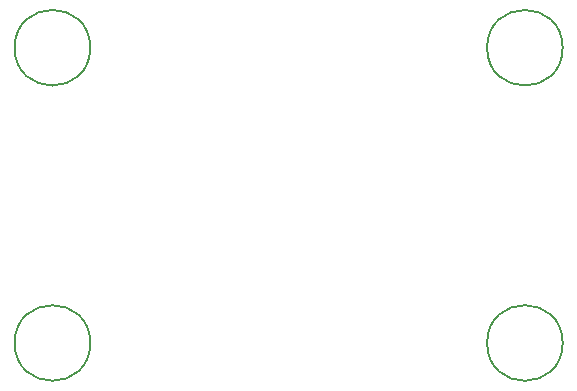
<source format=gbr>
%TF.GenerationSoftware,KiCad,Pcbnew,7.0.10*%
%TF.CreationDate,2024-03-02T17:10:40+01:00*%
%TF.ProjectId,explorer,6578706c-6f72-4657-922e-6b696361645f,rev?*%
%TF.SameCoordinates,Original*%
%TF.FileFunction,Other,Comment*%
%FSLAX46Y46*%
G04 Gerber Fmt 4.6, Leading zero omitted, Abs format (unit mm)*
G04 Created by KiCad (PCBNEW 7.0.10) date 2024-03-02 17:10:40*
%MOMM*%
%LPD*%
G01*
G04 APERTURE LIST*
%ADD10C,0.150000*%
G04 APERTURE END LIST*
D10*
%TO.C,H3*%
X96100000Y48100000D02*
G75*
G03*
X89700000Y48100000I-3200000J0D01*
G01*
X89700000Y48100000D02*
G75*
G03*
X96100000Y48100000I3200000J0D01*
G01*
%TO.C,H2*%
X96100000Y73100000D02*
G75*
G03*
X89700000Y73100000I-3200000J0D01*
G01*
X89700000Y73100000D02*
G75*
G03*
X96100000Y73100000I3200000J0D01*
G01*
%TO.C,H4*%
X56100000Y48100000D02*
G75*
G03*
X49700000Y48100000I-3200000J0D01*
G01*
X49700000Y48100000D02*
G75*
G03*
X56100000Y48100000I3200000J0D01*
G01*
%TO.C,H1*%
X56100000Y73100000D02*
G75*
G03*
X49700000Y73100000I-3200000J0D01*
G01*
X49700000Y73100000D02*
G75*
G03*
X56100000Y73100000I3200000J0D01*
G01*
%TD*%
M02*

</source>
